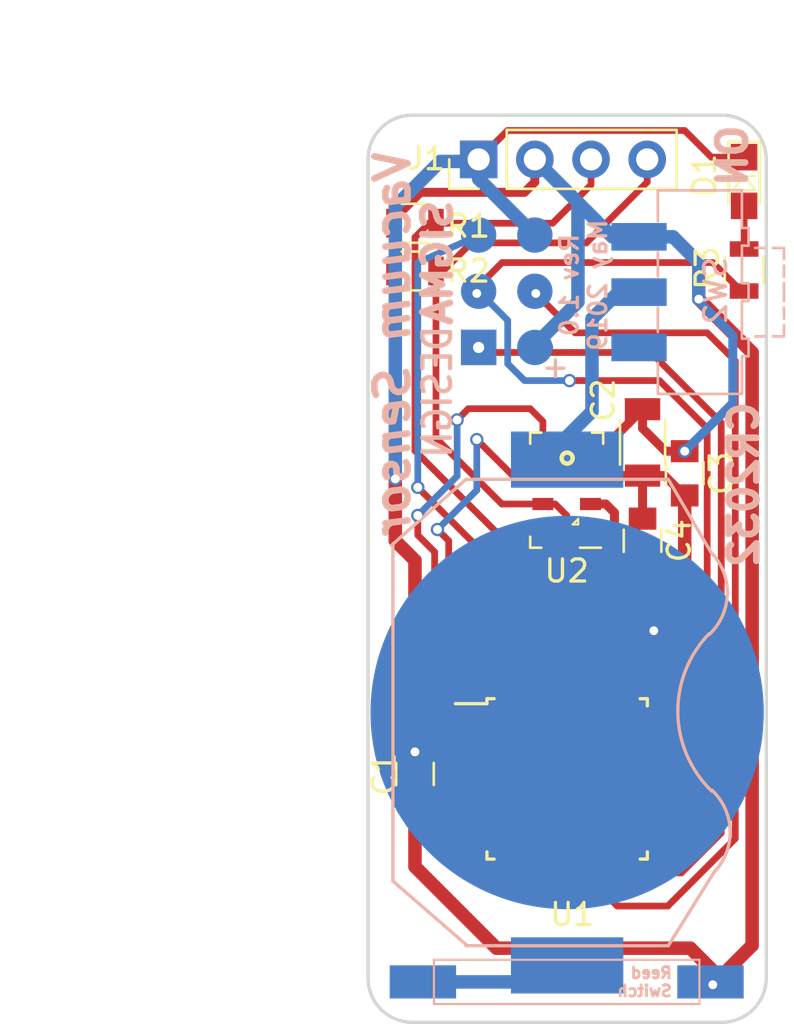
<source format=kicad_pcb>
(kicad_pcb (version 4) (host pcbnew 4.0.6)

  (general
    (links 42)
    (no_connects 1)
    (area 128.104999 73.524999 146.255001 114.675001)
    (thickness 1.6)
    (drawings 26)
    (tracks 207)
    (zones 0)
    (modules 15)
    (nets 33)
  )

  (page A4)
  (layers
    (0 F.Cu signal hide)
    (31 B.Cu signal)
    (32 B.Adhes user)
    (33 F.Adhes user)
    (34 B.Paste user)
    (35 F.Paste user)
    (36 B.SilkS user)
    (37 F.SilkS user)
    (38 B.Mask user)
    (39 F.Mask user)
    (40 Dwgs.User user)
    (41 Cmts.User user)
    (42 Eco1.User user)
    (43 Eco2.User user hide)
    (44 Edge.Cuts user)
    (45 Margin user)
    (46 B.CrtYd user)
    (47 F.CrtYd user)
    (48 B.Fab user)
    (49 F.Fab user hide)
  )

  (setup
    (last_trace_width 0.25)
    (user_trace_width 0.254)
    (user_trace_width 0.3048)
    (user_trace_width 0.4064)
    (user_trace_width 0.6096)
    (trace_clearance 0.2)
    (zone_clearance 0.508)
    (zone_45_only no)
    (trace_min 0.2)
    (segment_width 0.2)
    (edge_width 0.15)
    (via_size 0.6)
    (via_drill 0.4)
    (via_min_size 0.4)
    (via_min_drill 0.3)
    (uvia_size 0.3)
    (uvia_drill 0.1)
    (uvias_allowed no)
    (uvia_min_size 0.2)
    (uvia_min_drill 0.1)
    (pcb_text_width 0.3)
    (pcb_text_size 1.5 1.5)
    (mod_edge_width 0.15)
    (mod_text_size 1 1)
    (mod_text_width 0.15)
    (pad_size 1.6 1.6)
    (pad_drill 0.508)
    (pad_to_mask_clearance 0)
    (aux_axis_origin -2.54 3.81)
    (grid_origin 170.18 101.6)
    (visible_elements 7FFFFFFF)
    (pcbplotparams
      (layerselection 0x010f0_80000001)
      (usegerberextensions true)
      (excludeedgelayer true)
      (linewidth 0.100000)
      (plotframeref false)
      (viasonmask false)
      (mode 1)
      (useauxorigin false)
      (hpglpennumber 1)
      (hpglpenspeed 20)
      (hpglpendiameter 15)
      (hpglpenoverlay 2)
      (psnegative false)
      (psa4output false)
      (plotreference true)
      (plotvalue true)
      (plotinvisibletext false)
      (padsonsilk false)
      (subtractmaskfromsilk false)
      (outputformat 1)
      (mirror false)
      (drillshape 0)
      (scaleselection 1)
      (outputdirectory gerbers/))
  )

  (net 0 "")
  (net 1 "Net-(BT1-Pad1)")
  (net 2 "Net-(D1-Pad2)")
  (net 3 GND)
  (net 4 VCC)
  (net 5 "Net-(C4-Pad1)")
  (net 6 /MISO)
  (net 7 /SCK)
  (net 8 /MOSI)
  (net 9 /RESET)
  (net 10 /SCL)
  (net 11 /SDA)
  (net 12 /INT2)
  (net 13 "Net-(U1-Pad2)")
  (net 14 "Net-(U1-Pad7)")
  (net 15 "Net-(U1-Pad8)")
  (net 16 "Net-(U1-Pad9)")
  (net 17 "Net-(U1-Pad10)")
  (net 18 "Net-(U1-Pad11)")
  (net 19 "Net-(U1-Pad12)")
  (net 20 "Net-(U1-Pad13)")
  (net 21 "Net-(U1-Pad14)")
  (net 22 "Net-(U1-Pad19)")
  (net 23 "Net-(U1-Pad20)")
  (net 24 "Net-(U1-Pad22)")
  (net 25 "Net-(U1-Pad23)")
  (net 26 "Net-(U1-Pad24)")
  (net 27 "Net-(U1-Pad25)")
  (net 28 "Net-(U1-Pad26)")
  (net 29 "Net-(U1-Pad30)")
  (net 30 "Net-(U1-Pad31)")
  (net 31 /INT1)
  (net 32 "Net-(SW2-Pad3)")

  (net_class Default "This is the default net class."
    (clearance 0.2)
    (trace_width 0.25)
    (via_dia 0.6)
    (via_drill 0.4)
    (uvia_dia 0.3)
    (uvia_drill 0.1)
    (add_net /INT1)
    (add_net /INT2)
    (add_net /MISO)
    (add_net /MOSI)
    (add_net /RESET)
    (add_net /SCK)
    (add_net /SCL)
    (add_net /SDA)
    (add_net GND)
    (add_net "Net-(BT1-Pad1)")
    (add_net "Net-(C4-Pad1)")
    (add_net "Net-(D1-Pad2)")
    (add_net "Net-(SW2-Pad3)")
    (add_net "Net-(U1-Pad10)")
    (add_net "Net-(U1-Pad11)")
    (add_net "Net-(U1-Pad12)")
    (add_net "Net-(U1-Pad13)")
    (add_net "Net-(U1-Pad14)")
    (add_net "Net-(U1-Pad19)")
    (add_net "Net-(U1-Pad2)")
    (add_net "Net-(U1-Pad20)")
    (add_net "Net-(U1-Pad22)")
    (add_net "Net-(U1-Pad23)")
    (add_net "Net-(U1-Pad24)")
    (add_net "Net-(U1-Pad25)")
    (add_net "Net-(U1-Pad26)")
    (add_net "Net-(U1-Pad30)")
    (add_net "Net-(U1-Pad31)")
    (add_net "Net-(U1-Pad7)")
    (add_net "Net-(U1-Pad8)")
    (add_net "Net-(U1-Pad9)")
    (add_net VCC)
  )

  (module LEDs:LED_0805 (layer F.Cu) (tedit 5B4A3517) (tstamp 5B4A3A59)
    (at 145.18 76.6 270)
    (descr "LED 0805 smd package")
    (tags "LED led 0805 SMD smd SMT smt smdled SMDLED smtled SMTLED")
    (path /5B4A84E5)
    (attr smd)
    (fp_text reference D1 (at -0.273 1.797 270) (layer F.SilkS)
      (effects (font (size 1 1) (thickness 0.15)))
    )
    (fp_text value LED (at 0 1.55 270) (layer F.Fab)
      (effects (font (size 1 1) (thickness 0.15)))
    )
    (fp_line (start -0.254 0) (end 0.381 -0.508) (layer F.SilkS) (width 0.1))
    (fp_line (start 0.381 -0.508) (end 0.381 0.508) (layer F.SilkS) (width 0.1))
    (fp_line (start 0.381 0.508) (end -0.254 0) (layer F.SilkS) (width 0.1))
    (fp_line (start -0.254 -0.508) (end -0.254 0.508) (layer F.SilkS) (width 0.1))
    (fp_line (start -1.8 -0.7) (end -1.8 0.7) (layer F.SilkS) (width 0.12))
    (fp_line (start -0.4 -0.4) (end -0.4 0.4) (layer F.Fab) (width 0.1))
    (fp_line (start -0.4 0) (end 0.2 -0.4) (layer F.Fab) (width 0.1))
    (fp_line (start 0.2 0.4) (end -0.4 0) (layer F.Fab) (width 0.1))
    (fp_line (start 0.2 -0.4) (end 0.2 0.4) (layer F.Fab) (width 0.1))
    (fp_line (start 1 0.6) (end -1 0.6) (layer F.Fab) (width 0.1))
    (fp_line (start 1 -0.6) (end 1 0.6) (layer F.Fab) (width 0.1))
    (fp_line (start -1 -0.6) (end 1 -0.6) (layer F.Fab) (width 0.1))
    (fp_line (start -1 0.6) (end -1 -0.6) (layer F.Fab) (width 0.1))
    (fp_line (start -1.8 0.7) (end 1 0.7) (layer F.SilkS) (width 0.12))
    (fp_line (start -1.8 -0.7) (end 1 -0.7) (layer F.SilkS) (width 0.12))
    (fp_line (start 1.95 -0.85) (end 1.95 0.85) (layer F.CrtYd) (width 0.05))
    (fp_line (start 1.95 0.85) (end -1.95 0.85) (layer F.CrtYd) (width 0.05))
    (fp_line (start -1.95 0.85) (end -1.95 -0.85) (layer F.CrtYd) (width 0.05))
    (fp_line (start -1.95 -0.85) (end 1.95 -0.85) (layer F.CrtYd) (width 0.05))
    (fp_text user %R (at 0 -1.25 270) (layer F.Fab)
      (effects (font (size 0.4 0.4) (thickness 0.1)))
    )
    (pad 2 smd rect (at 1.1 0 90) (size 1.2 1.2) (layers F.Cu F.Paste F.Mask)
      (net 2 "Net-(D1-Pad2)"))
    (pad 1 smd rect (at -1.1 0 90) (size 1.2 1.2) (layers F.Cu F.Paste F.Mask)
      (net 3 GND))
    (model ${KISYS3DMOD}/LEDs.3dshapes/LED_0805.wrl
      (at (xyz 0 0 0))
      (scale (xyz 1 1 1))
      (rotate (xyz 0 0 180))
    )
  )

  (module myFootPrints:BATT_CR2032_SMD (layer B.Cu) (tedit 56CFB5D2) (tstamp 5B4A0E4F)
    (at 137.18 100.6 270)
    (tags battery)
    (path /5AF1FE3D)
    (fp_text reference BT1 (at 0 -5.08 270) (layer B.SilkS) hide
      (effects (font (size 1.72974 1.08712) (thickness 0.27178)) (justify mirror))
    )
    (fp_text value Battery_Cell (at 0 2.54 270) (layer B.SilkS) hide
      (effects (font (size 1.524 1.016) (thickness 0.254)) (justify mirror))
    )
    (fp_line (start -7.1755 -6.5405) (end -10.541 -4.572) (layer B.SilkS) (width 0.15))
    (fp_line (start 7.1755 -6.6675) (end 10.541 -4.572) (layer B.SilkS) (width 0.15))
    (fp_arc (start -5.4229 -4.6355) (end -3.5179 -6.4135) (angle -90) (layer B.SilkS) (width 0.15))
    (fp_arc (start 5.4102 -4.7625) (end 7.1882 -6.6675) (angle -90) (layer B.SilkS) (width 0.15))
    (fp_arc (start -0.0635 -10.033) (end -3.556 -6.4135) (angle -90) (layer B.SilkS) (width 0.15))
    (fp_line (start 7.62 7.874) (end 10.541 4.5085) (layer B.SilkS) (width 0.15))
    (fp_line (start -10.541 4.572) (end -7.5565 7.9375) (layer B.SilkS) (width 0.15))
    (fp_line (start -7.62 7.874) (end 7.62 7.874) (layer B.SilkS) (width 0.15))
    (fp_line (start -10.541 -4.572) (end -10.541 4.572) (layer B.SilkS) (width 0.15))
    (fp_line (start 10.541 -4.572) (end 10.541 4.572) (layer B.SilkS) (width 0.15))
    (fp_circle (center 0 0) (end -10.16 0) (layer Dwgs.User) (width 0.15))
    (pad 2 smd circle (at 0 0 270) (size 17.78 17.78) (layers B.Cu B.Paste B.Mask)
      (net 3 GND))
    (pad 1 smd rect (at -11.43 0 270) (size 2.54 5.08) (layers B.Cu B.Paste B.Mask)
      (net 1 "Net-(BT1-Pad1)"))
    (pad 1 smd rect (at 11.43 0 270) (size 2.54 5.08) (layers B.Cu B.Paste B.Mask)
      (net 1 "Net-(BT1-Pad1)"))
  )

  (module footprints:REED_SWITCH (layer B.Cu) (tedit 5B4A3603) (tstamp 5B4A15D7)
    (at 137.16 112.776 180)
    (descr "Resistor SMD 1206, reflow soldering, Vishay (see dcrcw.pdf)")
    (tags "resistor 1206")
    (path /5B4A076E)
    (attr smd)
    (fp_text reference SW1 (at 0 1.85 180) (layer B.SilkS) hide
      (effects (font (size 1 1) (thickness 0.15)) (justify mirror))
    )
    (fp_text value SW_Reed (at 0 -1.143 180) (layer B.SilkS) hide
      (effects (font (size 1 1) (thickness 0.15)) (justify mirror))
    )
    (fp_line (start -6 1) (end 6 1) (layer B.SilkS) (width 0.1))
    (fp_line (start 6 1) (end 6 -1) (layer B.SilkS) (width 0.1))
    (fp_line (start 6 -1) (end -6 -1) (layer B.SilkS) (width 0.1))
    (fp_line (start -6 -1) (end -6 1) (layer B.SilkS) (width 0.1))
    (fp_text user %R (at 0 0 180) (layer B.Fab)
      (effects (font (size 0.7 0.7) (thickness 0.105)) (justify mirror))
    )
    (fp_line (start -2.15 1.11) (end 2.15 1.11) (layer B.CrtYd) (width 0.05))
    (fp_line (start -2.15 1.11) (end -2.15 -1.1) (layer B.CrtYd) (width 0.05))
    (fp_line (start 2.15 -1.1) (end 2.15 1.11) (layer B.CrtYd) (width 0.05))
    (fp_line (start 2.15 -1.1) (end -2.15 -1.1) (layer B.CrtYd) (width 0.05))
    (pad 1 smd rect (at -6.5 0 180) (size 3 1.5) (layers B.Cu B.Paste B.Mask)
      (net 4 VCC))
    (pad 2 smd rect (at 6.5 0 180) (size 3 1.5) (layers B.Cu B.Paste B.Mask)
      (net 1 "Net-(BT1-Pad1)"))
    (model ${KISYS3DMOD}/Resistors_SMD.3dshapes/R_1206.wrl
      (at (xyz 0 0 0))
      (scale (xyz 1 1 1))
      (rotate (xyz 0 0 0))
    )
  )

  (module Capacitors_SMD:C_0805 (layer F.Cu) (tedit 5B4A3552) (tstamp 5B4A3A16)
    (at 130.302 103.378 270)
    (descr "Capacitor SMD 0805, reflow soldering, AVX (see smccp.pdf)")
    (tags "capacitor 0805")
    (path /5B4A3F76)
    (attr smd)
    (fp_text reference C1 (at 0 1.397 270) (layer F.SilkS)
      (effects (font (size 1 1) (thickness 0.15)))
    )
    (fp_text value 0.1uF (at 0 1.75 270) (layer F.Fab)
      (effects (font (size 1 1) (thickness 0.15)))
    )
    (fp_text user %R (at 0 -1.5 270) (layer F.Fab)
      (effects (font (size 1 1) (thickness 0.15)))
    )
    (fp_line (start -1 0.62) (end -1 -0.62) (layer F.Fab) (width 0.1))
    (fp_line (start 1 0.62) (end -1 0.62) (layer F.Fab) (width 0.1))
    (fp_line (start 1 -0.62) (end 1 0.62) (layer F.Fab) (width 0.1))
    (fp_line (start -1 -0.62) (end 1 -0.62) (layer F.Fab) (width 0.1))
    (fp_line (start 0.5 -0.85) (end -0.5 -0.85) (layer F.SilkS) (width 0.12))
    (fp_line (start -0.5 0.85) (end 0.5 0.85) (layer F.SilkS) (width 0.12))
    (fp_line (start -1.75 -0.88) (end 1.75 -0.88) (layer F.CrtYd) (width 0.05))
    (fp_line (start -1.75 -0.88) (end -1.75 0.87) (layer F.CrtYd) (width 0.05))
    (fp_line (start 1.75 0.87) (end 1.75 -0.88) (layer F.CrtYd) (width 0.05))
    (fp_line (start 1.75 0.87) (end -1.75 0.87) (layer F.CrtYd) (width 0.05))
    (pad 1 smd rect (at -1 0 270) (size 1 1.25) (layers F.Cu F.Paste F.Mask)
      (net 3 GND))
    (pad 2 smd rect (at 1 0 270) (size 1 1.25) (layers F.Cu F.Paste F.Mask)
      (net 4 VCC))
    (model Capacitors_SMD.3dshapes/C_0805.wrl
      (at (xyz 0 0 0))
      (scale (xyz 1 1 1))
      (rotate (xyz 0 0 0))
    )
  )

  (module Capacitors_SMD:C_1206 (layer F.Cu) (tedit 5B4A353C) (tstamp 5B4A3A27)
    (at 140.589 88.392 270)
    (descr "Capacitor SMD 1206, reflow soldering, AVX (see smccp.pdf)")
    (tags "capacitor 1206")
    (path /5B4A34FF)
    (attr smd)
    (fp_text reference C2 (at -1.905 1.778 270) (layer F.SilkS)
      (effects (font (size 1 1) (thickness 0.15)))
    )
    (fp_text value 10uF (at 0 2 270) (layer F.Fab)
      (effects (font (size 1 1) (thickness 0.15)))
    )
    (fp_text user %R (at 0 -1.75 270) (layer F.Fab)
      (effects (font (size 1 1) (thickness 0.15)))
    )
    (fp_line (start -1.6 0.8) (end -1.6 -0.8) (layer F.Fab) (width 0.1))
    (fp_line (start 1.6 0.8) (end -1.6 0.8) (layer F.Fab) (width 0.1))
    (fp_line (start 1.6 -0.8) (end 1.6 0.8) (layer F.Fab) (width 0.1))
    (fp_line (start -1.6 -0.8) (end 1.6 -0.8) (layer F.Fab) (width 0.1))
    (fp_line (start 1 -1.02) (end -1 -1.02) (layer F.SilkS) (width 0.12))
    (fp_line (start -1 1.02) (end 1 1.02) (layer F.SilkS) (width 0.12))
    (fp_line (start -2.25 -1.05) (end 2.25 -1.05) (layer F.CrtYd) (width 0.05))
    (fp_line (start -2.25 -1.05) (end -2.25 1.05) (layer F.CrtYd) (width 0.05))
    (fp_line (start 2.25 1.05) (end 2.25 -1.05) (layer F.CrtYd) (width 0.05))
    (fp_line (start 2.25 1.05) (end -2.25 1.05) (layer F.CrtYd) (width 0.05))
    (pad 1 smd rect (at -1.5 0 270) (size 1 1.6) (layers F.Cu F.Paste F.Mask)
      (net 4 VCC))
    (pad 2 smd rect (at 1.5 0 270) (size 1 1.6) (layers F.Cu F.Paste F.Mask)
      (net 3 GND))
    (model Capacitors_SMD.3dshapes/C_1206.wrl
      (at (xyz 0 0 0))
      (scale (xyz 1 1 1))
      (rotate (xyz 0 0 0))
    )
  )

  (module Capacitors_SMD:C_0805 (layer F.Cu) (tedit 5B4A3541) (tstamp 5B4A3A38)
    (at 142.494 89.789 270)
    (descr "Capacitor SMD 0805, reflow soldering, AVX (see smccp.pdf)")
    (tags "capacitor 0805")
    (path /5B4A364F)
    (attr smd)
    (fp_text reference C3 (at 0 -1.651 270) (layer F.SilkS)
      (effects (font (size 1 1) (thickness 0.15)))
    )
    (fp_text value 0.1uF (at 0 1.75 270) (layer F.Fab)
      (effects (font (size 1 1) (thickness 0.15)))
    )
    (fp_text user %R (at 0 -1.5 270) (layer F.Fab)
      (effects (font (size 1 1) (thickness 0.15)))
    )
    (fp_line (start -1 0.62) (end -1 -0.62) (layer F.Fab) (width 0.1))
    (fp_line (start 1 0.62) (end -1 0.62) (layer F.Fab) (width 0.1))
    (fp_line (start 1 -0.62) (end 1 0.62) (layer F.Fab) (width 0.1))
    (fp_line (start -1 -0.62) (end 1 -0.62) (layer F.Fab) (width 0.1))
    (fp_line (start 0.5 -0.85) (end -0.5 -0.85) (layer F.SilkS) (width 0.12))
    (fp_line (start -0.5 0.85) (end 0.5 0.85) (layer F.SilkS) (width 0.12))
    (fp_line (start -1.75 -0.88) (end 1.75 -0.88) (layer F.CrtYd) (width 0.05))
    (fp_line (start -1.75 -0.88) (end -1.75 0.87) (layer F.CrtYd) (width 0.05))
    (fp_line (start 1.75 0.87) (end 1.75 -0.88) (layer F.CrtYd) (width 0.05))
    (fp_line (start 1.75 0.87) (end -1.75 0.87) (layer F.CrtYd) (width 0.05))
    (pad 1 smd rect (at -1 0 270) (size 1 1.25) (layers F.Cu F.Paste F.Mask)
      (net 4 VCC))
    (pad 2 smd rect (at 1 0 270) (size 1 1.25) (layers F.Cu F.Paste F.Mask)
      (net 3 GND))
    (model Capacitors_SMD.3dshapes/C_0805.wrl
      (at (xyz 0 0 0))
      (scale (xyz 1 1 1))
      (rotate (xyz 0 0 0))
    )
  )

  (module Capacitors_SMD:C_0805 (layer F.Cu) (tedit 5B4A3569) (tstamp 5B4A3A49)
    (at 140.589 92.837 90)
    (descr "Capacitor SMD 0805, reflow soldering, AVX (see smccp.pdf)")
    (tags "capacitor 0805")
    (path /5B4A29A6)
    (attr smd)
    (fp_text reference C4 (at 0 1.651 90) (layer F.SilkS)
      (effects (font (size 1 1) (thickness 0.15)))
    )
    (fp_text value 0.1uF (at 0 1.75 90) (layer F.Fab)
      (effects (font (size 1 1) (thickness 0.15)))
    )
    (fp_text user %R (at 0 -1.5 90) (layer F.Fab)
      (effects (font (size 1 1) (thickness 0.15)))
    )
    (fp_line (start -1 0.62) (end -1 -0.62) (layer F.Fab) (width 0.1))
    (fp_line (start 1 0.62) (end -1 0.62) (layer F.Fab) (width 0.1))
    (fp_line (start 1 -0.62) (end 1 0.62) (layer F.Fab) (width 0.1))
    (fp_line (start -1 -0.62) (end 1 -0.62) (layer F.Fab) (width 0.1))
    (fp_line (start 0.5 -0.85) (end -0.5 -0.85) (layer F.SilkS) (width 0.12))
    (fp_line (start -0.5 0.85) (end 0.5 0.85) (layer F.SilkS) (width 0.12))
    (fp_line (start -1.75 -0.88) (end 1.75 -0.88) (layer F.CrtYd) (width 0.05))
    (fp_line (start -1.75 -0.88) (end -1.75 0.87) (layer F.CrtYd) (width 0.05))
    (fp_line (start 1.75 0.87) (end 1.75 -0.88) (layer F.CrtYd) (width 0.05))
    (fp_line (start 1.75 0.87) (end -1.75 0.87) (layer F.CrtYd) (width 0.05))
    (pad 1 smd rect (at -1 0 90) (size 1 1.25) (layers F.Cu F.Paste F.Mask)
      (net 5 "Net-(C4-Pad1)"))
    (pad 2 smd rect (at 1 0 90) (size 1 1.25) (layers F.Cu F.Paste F.Mask)
      (net 3 GND))
    (model Capacitors_SMD.3dshapes/C_0805.wrl
      (at (xyz 0 0 0))
      (scale (xyz 1 1 1))
      (rotate (xyz 0 0 0))
    )
  )

  (module myFootPrints:AVR-ISP-6 (layer B.Cu) (tedit 5B4A3A0A) (tstamp 5B4A3A53)
    (at 133.18 84.1)
    (descr "6-lead dip package, row spacing 7.62 mm (300 mils)")
    (tags "dil dip 2.54 300")
    (path /5B4A5ED5)
    (fp_text reference CON1 (at 0 2.54) (layer B.SilkS) hide
      (effects (font (size 1 1) (thickness 0.15)) (justify mirror))
    )
    (fp_text value AVR-ISP-6 (at 0 3.72) (layer B.Fab) hide
      (effects (font (size 1 1) (thickness 0.15)) (justify mirror))
    )
    (pad 1 thru_hole rect (at 0 0) (size 1.6 1.6) (drill 0.508) (layers *.Cu B.Mask)
      (net 6 /MISO))
    (pad 2 smd circle (at 2.54 0) (size 1.6 1.6) (layers B.Cu B.Paste B.Mask)
      (net 4 VCC))
    (pad 3 smd oval (at 0 -2.54) (size 1.6 1.6) (layers B.Cu B.Paste B.Mask)
      (net 7 /SCK))
    (pad 4 smd oval (at 2.54 -2.54) (size 1.6 1.6) (layers B.Cu B.Paste B.Mask)
      (net 8 /MOSI))
    (pad 5 smd oval (at 0 -5.08) (size 1.6 1.6) (layers B.Cu B.Paste B.Mask)
      (net 9 /RESET))
    (pad 6 smd oval (at 2.54 -5.08) (size 1.6 1.6) (layers B.Cu B.Paste B.Mask)
      (net 3 GND))
  )

  (module Pin_Headers:Pin_Header_Straight_1x04_Pitch2.54mm (layer F.Cu) (tedit 5B4A358B) (tstamp 5B4A3A71)
    (at 133.18 75.6 90)
    (descr "Through hole straight pin header, 1x04, 2.54mm pitch, single row")
    (tags "Through hole pin header THT 1x04 2.54mm single row")
    (path /5B4A13C3)
    (fp_text reference J1 (at 0.035 -2.37 180) (layer F.SilkS)
      (effects (font (size 1 1) (thickness 0.15)))
    )
    (fp_text value Display (at 0 9.95 90) (layer F.Fab)
      (effects (font (size 1 1) (thickness 0.15)))
    )
    (fp_line (start -0.635 -1.27) (end 1.27 -1.27) (layer F.Fab) (width 0.1))
    (fp_line (start 1.27 -1.27) (end 1.27 8.89) (layer F.Fab) (width 0.1))
    (fp_line (start 1.27 8.89) (end -1.27 8.89) (layer F.Fab) (width 0.1))
    (fp_line (start -1.27 8.89) (end -1.27 -0.635) (layer F.Fab) (width 0.1))
    (fp_line (start -1.27 -0.635) (end -0.635 -1.27) (layer F.Fab) (width 0.1))
    (fp_line (start -1.33 8.95) (end 1.33 8.95) (layer F.SilkS) (width 0.12))
    (fp_line (start -1.33 1.27) (end -1.33 8.95) (layer F.SilkS) (width 0.12))
    (fp_line (start 1.33 1.27) (end 1.33 8.95) (layer F.SilkS) (width 0.12))
    (fp_line (start -1.33 1.27) (end 1.33 1.27) (layer F.SilkS) (width 0.12))
    (fp_line (start -1.33 0) (end -1.33 -1.33) (layer F.SilkS) (width 0.12))
    (fp_line (start -1.33 -1.33) (end 0 -1.33) (layer F.SilkS) (width 0.12))
    (fp_line (start -1.8 -1.8) (end -1.8 9.4) (layer F.CrtYd) (width 0.05))
    (fp_line (start -1.8 9.4) (end 1.8 9.4) (layer F.CrtYd) (width 0.05))
    (fp_line (start 1.8 9.4) (end 1.8 -1.8) (layer F.CrtYd) (width 0.05))
    (fp_line (start 1.8 -1.8) (end -1.8 -1.8) (layer F.CrtYd) (width 0.05))
    (fp_text user %R (at 0 3.81 180) (layer F.Fab)
      (effects (font (size 1 1) (thickness 0.15)))
    )
    (pad 1 thru_hole rect (at 0 0 90) (size 1.7 1.7) (drill 1) (layers *.Cu *.Mask)
      (net 3 GND))
    (pad 2 thru_hole oval (at 0 2.54 90) (size 1.7 1.7) (drill 1) (layers *.Cu *.Mask)
      (net 4 VCC))
    (pad 3 thru_hole oval (at 0 5.08 90) (size 1.7 1.7) (drill 1) (layers *.Cu *.Mask)
      (net 10 /SCL))
    (pad 4 thru_hole oval (at 0 7.62 90) (size 1.7 1.7) (drill 1) (layers *.Cu *.Mask)
      (net 11 /SDA))
    (model ${KISYS3DMOD}/Pin_Headers.3dshapes/Pin_Header_Straight_1x04_Pitch2.54mm.wrl
      (at (xyz 0 0 0))
      (scale (xyz 1 1 1))
      (rotate (xyz 0 0 0))
    )
  )

  (module Resistors_SMD:R_0805 (layer F.Cu) (tedit 5B4A3587) (tstamp 5B4A3A82)
    (at 130.302 78.486)
    (descr "Resistor SMD 0805, reflow soldering, Vishay (see dcrcw.pdf)")
    (tags "resistor 0805")
    (path /5B4A2460)
    (attr smd)
    (fp_text reference R1 (at 2.413 0.127) (layer F.SilkS)
      (effects (font (size 1 1) (thickness 0.15)))
    )
    (fp_text value 1K (at 0 1.75) (layer F.Fab)
      (effects (font (size 1 1) (thickness 0.15)))
    )
    (fp_text user %R (at 0 0) (layer F.Fab)
      (effects (font (size 0.5 0.5) (thickness 0.075)))
    )
    (fp_line (start -1 0.62) (end -1 -0.62) (layer F.Fab) (width 0.1))
    (fp_line (start 1 0.62) (end -1 0.62) (layer F.Fab) (width 0.1))
    (fp_line (start 1 -0.62) (end 1 0.62) (layer F.Fab) (width 0.1))
    (fp_line (start -1 -0.62) (end 1 -0.62) (layer F.Fab) (width 0.1))
    (fp_line (start 0.6 0.88) (end -0.6 0.88) (layer F.SilkS) (width 0.12))
    (fp_line (start -0.6 -0.88) (end 0.6 -0.88) (layer F.SilkS) (width 0.12))
    (fp_line (start -1.55 -0.9) (end 1.55 -0.9) (layer F.CrtYd) (width 0.05))
    (fp_line (start -1.55 -0.9) (end -1.55 0.9) (layer F.CrtYd) (width 0.05))
    (fp_line (start 1.55 0.9) (end 1.55 -0.9) (layer F.CrtYd) (width 0.05))
    (fp_line (start 1.55 0.9) (end -1.55 0.9) (layer F.CrtYd) (width 0.05))
    (pad 1 smd rect (at -0.95 0) (size 0.7 1.3) (layers F.Cu F.Paste F.Mask)
      (net 4 VCC))
    (pad 2 smd rect (at 0.95 0) (size 0.7 1.3) (layers F.Cu F.Paste F.Mask)
      (net 10 /SCL))
    (model ${KISYS3DMOD}/Resistors_SMD.3dshapes/R_0805.wrl
      (at (xyz 0 0 0))
      (scale (xyz 1 1 1))
      (rotate (xyz 0 0 0))
    )
  )

  (module Resistors_SMD:R_0805 (layer F.Cu) (tedit 5B4A3574) (tstamp 5B4A3A93)
    (at 130.302 80.645)
    (descr "Resistor SMD 0805, reflow soldering, Vishay (see dcrcw.pdf)")
    (tags "resistor 0805")
    (path /5B4A240C)
    (attr smd)
    (fp_text reference R2 (at 2.413 0) (layer F.SilkS)
      (effects (font (size 1 1) (thickness 0.15)))
    )
    (fp_text value 1K (at 0 1.75) (layer F.Fab)
      (effects (font (size 1 1) (thickness 0.15)))
    )
    (fp_text user %R (at 0 0) (layer F.Fab)
      (effects (font (size 0.5 0.5) (thickness 0.075)))
    )
    (fp_line (start -1 0.62) (end -1 -0.62) (layer F.Fab) (width 0.1))
    (fp_line (start 1 0.62) (end -1 0.62) (layer F.Fab) (width 0.1))
    (fp_line (start 1 -0.62) (end 1 0.62) (layer F.Fab) (width 0.1))
    (fp_line (start -1 -0.62) (end 1 -0.62) (layer F.Fab) (width 0.1))
    (fp_line (start 0.6 0.88) (end -0.6 0.88) (layer F.SilkS) (width 0.12))
    (fp_line (start -0.6 -0.88) (end 0.6 -0.88) (layer F.SilkS) (width 0.12))
    (fp_line (start -1.55 -0.9) (end 1.55 -0.9) (layer F.CrtYd) (width 0.05))
    (fp_line (start -1.55 -0.9) (end -1.55 0.9) (layer F.CrtYd) (width 0.05))
    (fp_line (start 1.55 0.9) (end 1.55 -0.9) (layer F.CrtYd) (width 0.05))
    (fp_line (start 1.55 0.9) (end -1.55 0.9) (layer F.CrtYd) (width 0.05))
    (pad 1 smd rect (at -0.95 0) (size 0.7 1.3) (layers F.Cu F.Paste F.Mask)
      (net 4 VCC))
    (pad 2 smd rect (at 0.95 0) (size 0.7 1.3) (layers F.Cu F.Paste F.Mask)
      (net 11 /SDA))
    (model ${KISYS3DMOD}/Resistors_SMD.3dshapes/R_0805.wrl
      (at (xyz 0 0 0))
      (scale (xyz 1 1 1))
      (rotate (xyz 0 0 0))
    )
  )

  (module Resistors_SMD:R_0805 (layer F.Cu) (tedit 5B4A35B2) (tstamp 5B4A3AA4)
    (at 145.18 80.6 270)
    (descr "Resistor SMD 0805, reflow soldering, Vishay (see dcrcw.pdf)")
    (tags "resistor 0805")
    (path /5B4A8477)
    (attr smd)
    (fp_text reference R3 (at -0.082 1.67 270) (layer F.SilkS)
      (effects (font (size 1 1) (thickness 0.15)))
    )
    (fp_text value 1K (at 0 1.75 270) (layer F.Fab)
      (effects (font (size 1 1) (thickness 0.15)))
    )
    (fp_text user %R (at 0 0 270) (layer F.Fab)
      (effects (font (size 0.5 0.5) (thickness 0.075)))
    )
    (fp_line (start -1 0.62) (end -1 -0.62) (layer F.Fab) (width 0.1))
    (fp_line (start 1 0.62) (end -1 0.62) (layer F.Fab) (width 0.1))
    (fp_line (start 1 -0.62) (end 1 0.62) (layer F.Fab) (width 0.1))
    (fp_line (start -1 -0.62) (end 1 -0.62) (layer F.Fab) (width 0.1))
    (fp_line (start 0.6 0.88) (end -0.6 0.88) (layer F.SilkS) (width 0.12))
    (fp_line (start -0.6 -0.88) (end 0.6 -0.88) (layer F.SilkS) (width 0.12))
    (fp_line (start -1.55 -0.9) (end 1.55 -0.9) (layer F.CrtYd) (width 0.05))
    (fp_line (start -1.55 -0.9) (end -1.55 0.9) (layer F.CrtYd) (width 0.05))
    (fp_line (start 1.55 0.9) (end 1.55 -0.9) (layer F.CrtYd) (width 0.05))
    (fp_line (start 1.55 0.9) (end -1.55 0.9) (layer F.CrtYd) (width 0.05))
    (pad 1 smd rect (at -0.95 0 270) (size 0.7 1.3) (layers F.Cu F.Paste F.Mask)
      (net 2 "Net-(D1-Pad2)"))
    (pad 2 smd rect (at 0.95 0 270) (size 0.7 1.3) (layers F.Cu F.Paste F.Mask)
      (net 7 /SCK))
    (model ${KISYS3DMOD}/Resistors_SMD.3dshapes/R_0805.wrl
      (at (xyz 0 0 0))
      (scale (xyz 1 1 1))
      (rotate (xyz 0 0 0))
    )
  )

  (module Buttons_Switches_SMD:SW_SPDT_CK-JS102011SAQN (layer B.Cu) (tedit 5B4A35BB) (tstamp 5B4A3AAD)
    (at 143.18 81.6 270)
    (descr http://www.ckswitches.com/media/1422/js.pdf)
    (tags "switch spdt")
    (path /5B4A3BF4)
    (attr smd)
    (fp_text reference SW2 (at -0.066 -0.711 270) (layer B.SilkS)
      (effects (font (size 1 1) (thickness 0.15)) (justify mirror))
    )
    (fp_text value SW_SPDT (at 0 2.9 270) (layer B.Fab)
      (effects (font (size 1 1) (thickness 0.15)) (justify mirror))
    )
    (fp_line (start -4.5 1.8) (end 4.5 1.8) (layer B.Fab) (width 0.1))
    (fp_line (start 4.5 1.8) (end 4.5 -1.8) (layer B.Fab) (width 0.1))
    (fp_line (start 4.5 -1.8) (end -4.4 -1.8) (layer B.Fab) (width 0.1))
    (fp_line (start -4.4 -1.8) (end -4.5 -1.8) (layer B.Fab) (width 0.1))
    (fp_line (start -4.5 -1.8) (end -4.5 -1.8) (layer B.Fab) (width 0.1))
    (fp_line (start -4.5 1.8) (end -4.5 -1.8) (layer B.Fab) (width 0.1))
    (fp_line (start -4.5 -1.8) (end -4.5 -1.8) (layer B.Fab) (width 0.1))
    (fp_text user %R (at 0 0 270) (layer B.Fab)
      (effects (font (size 1 1) (thickness 0.15)) (justify mirror))
    )
    (fp_line (start -1.5 -1.8) (end -1.5 -1.8) (layer B.Fab) (width 0.1))
    (fp_line (start 3.2 1.9) (end 4.6 1.9) (layer B.SilkS) (width 0.12))
    (fp_line (start 4.6 1.9) (end 4.6 -1.9) (layer B.SilkS) (width 0.12))
    (fp_line (start -4.6 -1.9) (end -4.6 1.9) (layer B.SilkS) (width 0.12))
    (fp_line (start -4.6 1.9) (end -3.2 1.9) (layer B.SilkS) (width 0.12))
    (fp_line (start 1.8 1.9) (end 0.7 1.9) (layer B.SilkS) (width 0.12))
    (fp_line (start 0.7 1.9) (end 0.7 1.9) (layer B.SilkS) (width 0.12))
    (fp_line (start -0.7 1.9) (end -1.8 1.9) (layer B.SilkS) (width 0.12))
    (fp_line (start -1.8 1.9) (end -1.8 1.9) (layer B.SilkS) (width 0.12))
    (fp_line (start 0.3 -1.8) (end 0.3 -2.1) (layer B.Fab) (width 0.1))
    (fp_line (start 0.3 -2.1) (end -0.3 -2.1) (layer B.Fab) (width 0.1))
    (fp_line (start -0.3 -2.1) (end -0.3 -1.8) (layer B.Fab) (width 0.1))
    (fp_line (start -0.3 -1.8) (end -0.3 -1.8) (layer B.Fab) (width 0.1))
    (fp_line (start -2.2 -1.8) (end -2.2 -2.1) (layer B.Fab) (width 0.1))
    (fp_line (start -2.2 -2.1) (end -2.8 -2.1) (layer B.Fab) (width 0.1))
    (fp_line (start -2.8 -2.1) (end -2.8 -1.8) (layer B.Fab) (width 0.1))
    (fp_line (start -2.8 -1.8) (end -2.8 -1.8) (layer B.Fab) (width 0.1))
    (fp_line (start 2.2 -1.8) (end 2.2 -2.1) (layer B.Fab) (width 0.1))
    (fp_line (start 2.2 -2.1) (end 2.8 -2.1) (layer B.Fab) (width 0.1))
    (fp_line (start 2.8 -2.1) (end 2.8 -1.8) (layer B.Fab) (width 0.1))
    (fp_line (start 2.8 -1.8) (end 2.8 -1.8) (layer B.Fab) (width 0.1))
    (fp_line (start 4.6 -1.9) (end 2.9 -1.9) (layer B.SilkS) (width 0.12))
    (fp_line (start 2.9 -1.9) (end 2.9 -2.2) (layer B.SilkS) (width 0.12))
    (fp_line (start 2.9 -2.2) (end 2.1 -2.2) (layer B.SilkS) (width 0.12))
    (fp_line (start 2.1 -2.2) (end 2.1 -1.9) (layer B.SilkS) (width 0.12))
    (fp_line (start 2.1 -1.9) (end 0.4 -1.9) (layer B.SilkS) (width 0.12))
    (fp_line (start 0.4 -1.9) (end 0.4 -2.2) (layer B.SilkS) (width 0.12))
    (fp_line (start 0.4 -2.2) (end -0.4 -2.2) (layer B.SilkS) (width 0.12))
    (fp_line (start -0.4 -2.2) (end -0.4 -1.9) (layer B.SilkS) (width 0.12))
    (fp_line (start -0.4 -1.9) (end -2.1 -1.9) (layer B.SilkS) (width 0.12))
    (fp_line (start -2.1 -1.9) (end -2.1 -2.2) (layer B.SilkS) (width 0.12))
    (fp_line (start -2.1 -2.2) (end -2.9 -2.2) (layer B.SilkS) (width 0.12))
    (fp_line (start -2.9 -2.2) (end -2.9 -1.9) (layer B.SilkS) (width 0.12))
    (fp_line (start -2.9 -1.9) (end -4.6 -1.9) (layer B.SilkS) (width 0.12))
    (fp_line (start -4.6 -1.9) (end -4.6 -1.9) (layer B.SilkS) (width 0.12))
    (fp_line (start -0.5 -1.8) (end -0.5 -3.8) (layer B.Fab) (width 0.1))
    (fp_line (start -0.5 -3.8) (end -2 -3.8) (layer B.Fab) (width 0.1))
    (fp_line (start -2 -3.8) (end -2 -1.8) (layer B.Fab) (width 0.1))
    (fp_line (start -2 -1.8) (end -2 -1.8) (layer B.Fab) (width 0.1))
    (fp_line (start -5 2.25) (end -5 -2.25) (layer B.CrtYd) (width 0.05))
    (fp_line (start -5 -2.25) (end -3.25 -2.25) (layer B.CrtYd) (width 0.05))
    (fp_line (start -3.25 -2.25) (end -3.25 -2.75) (layer B.CrtYd) (width 0.05))
    (fp_line (start -3.25 -2.75) (end -2.5 -2.75) (layer B.CrtYd) (width 0.05))
    (fp_line (start -2.5 -2.75) (end -2.5 -4.25) (layer B.CrtYd) (width 0.05))
    (fp_line (start -2.5 -4.25) (end 2.5 -4.25) (layer B.CrtYd) (width 0.05))
    (fp_line (start 2.5 -4.25) (end 2.5 -2.5) (layer B.CrtYd) (width 0.05))
    (fp_line (start 2.5 -2.5) (end 3.25 -2.5) (layer B.CrtYd) (width 0.05))
    (fp_line (start 3.25 -2.5) (end 3.25 -2.25) (layer B.CrtYd) (width 0.05))
    (fp_line (start 3.25 -2.25) (end 5 -2.25) (layer B.CrtYd) (width 0.05))
    (fp_line (start 5 -2.25) (end 5 2.25) (layer B.CrtYd) (width 0.05))
    (fp_line (start 5 2.25) (end 3.5 2.25) (layer B.CrtYd) (width 0.05))
    (fp_line (start 3.5 2.25) (end 3.5 4.5) (layer B.CrtYd) (width 0.05))
    (fp_line (start 3.5 4.5) (end -3.5 4.5) (layer B.CrtYd) (width 0.05))
    (fp_line (start -3.5 4.5) (end -3.5 2.25) (layer B.CrtYd) (width 0.05))
    (fp_line (start -3.5 2.25) (end -5 2.25) (layer B.CrtYd) (width 0.05))
    (fp_line (start -5 2.25) (end -5 2.25) (layer B.CrtYd) (width 0.05))
    (fp_line (start -2 -3.8) (end -2 -3.3) (layer B.SilkS) (width 0.12))
    (fp_line (start -2 -3.3) (end -2 -3.3) (layer B.SilkS) (width 0.12))
    (fp_line (start -2 -3.8) (end -1.5 -3.8) (layer B.SilkS) (width 0.12))
    (fp_line (start -1.5 -3.8) (end -1.5 -3.8) (layer B.SilkS) (width 0.12))
    (fp_line (start 2 -3.8) (end 1.5 -3.8) (layer B.SilkS) (width 0.12))
    (fp_line (start 1.5 -3.8) (end 1.5 -3.8) (layer B.SilkS) (width 0.12))
    (fp_line (start 2 -3.8) (end 2 -3.3) (layer B.SilkS) (width 0.12))
    (fp_line (start 2 -3.3) (end 2 -3.3) (layer B.SilkS) (width 0.12))
    (fp_line (start 2 -3) (end 2 -2.5) (layer B.SilkS) (width 0.12))
    (fp_line (start 2 -2.5) (end 2 -2.5) (layer B.SilkS) (width 0.12))
    (fp_line (start -2 -3) (end -2 -2.5) (layer B.SilkS) (width 0.12))
    (fp_line (start -2 -2.5) (end -2 -2.5) (layer B.SilkS) (width 0.12))
    (fp_line (start -1.2 -3.8) (end -0.7 -3.8) (layer B.SilkS) (width 0.12))
    (fp_line (start -0.7 -3.8) (end -0.7 -3.8) (layer B.SilkS) (width 0.12))
    (fp_line (start 1.2 -3.8) (end 0.7 -3.8) (layer B.SilkS) (width 0.12))
    (fp_line (start 0.7 -3.8) (end 0.7 -3.8) (layer B.SilkS) (width 0.12))
    (fp_line (start 0.4 -3.8) (end -0.4 -3.8) (layer B.SilkS) (width 0.12))
    (fp_line (start -0.4 -3.8) (end -0.4 -3.8) (layer B.SilkS) (width 0.12))
    (pad 1 smd rect (at -2.5 2.75 270) (size 1.25 2.5) (layers B.Cu B.Paste B.Mask)
      (net 4 VCC))
    (pad 2 smd rect (at 0 2.75 270) (size 1.25 2.5) (layers B.Cu B.Paste B.Mask)
      (net 1 "Net-(BT1-Pad1)"))
    (pad 3 smd rect (at 2.5 2.75 270) (size 1.25 2.5) (layers B.Cu B.Paste B.Mask)
      (net 32 "Net-(SW2-Pad3)"))
    (pad "" np_thru_hole circle (at -3.4 0 270) (size 0.9 0.9) (drill 0.9) (layers *.Cu *.Mask))
    (pad "" np_thru_hole circle (at 3.4 0 270) (size 0.9 0.9) (drill 0.9) (layers *.Cu *.Mask))
    (model ${KISYS3DMOD}/Buttons_Switches_SMD.3dshapes/SW_SPDT_CK-JS102011SAQN.wrl
      (at (xyz 0 0 0))
      (scale (xyz 1 1 1))
      (rotate (xyz 0 0 0))
    )
  )

  (module Housings_QFP:TQFP-32_7x7mm_Pitch0.8mm (layer F.Cu) (tedit 5B4A35FA) (tstamp 5B4A3AD1)
    (at 137.18 103.6)
    (descr "32-Lead Plastic Thin Quad Flatpack (PT) - 7x7x1.0 mm Body, 2.00 mm [TQFP] (see Microchip Packaging Specification 00000049BS.pdf)")
    (tags "QFP 0.8")
    (path /5B4A122E)
    (attr smd)
    (fp_text reference U1 (at 0.234 6.128) (layer F.SilkS)
      (effects (font (size 1 1) (thickness 0.15)))
    )
    (fp_text value ATMEGA328P-AU (at 0 6.05) (layer F.Fab)
      (effects (font (size 1 1) (thickness 0.15)))
    )
    (fp_text user %R (at 0 0) (layer F.Fab)
      (effects (font (size 1 1) (thickness 0.15)))
    )
    (fp_line (start -2.5 -3.5) (end 3.5 -3.5) (layer F.Fab) (width 0.15))
    (fp_line (start 3.5 -3.5) (end 3.5 3.5) (layer F.Fab) (width 0.15))
    (fp_line (start 3.5 3.5) (end -3.5 3.5) (layer F.Fab) (width 0.15))
    (fp_line (start -3.5 3.5) (end -3.5 -2.5) (layer F.Fab) (width 0.15))
    (fp_line (start -3.5 -2.5) (end -2.5 -3.5) (layer F.Fab) (width 0.15))
    (fp_line (start -5.3 -5.3) (end -5.3 5.3) (layer F.CrtYd) (width 0.05))
    (fp_line (start 5.3 -5.3) (end 5.3 5.3) (layer F.CrtYd) (width 0.05))
    (fp_line (start -5.3 -5.3) (end 5.3 -5.3) (layer F.CrtYd) (width 0.05))
    (fp_line (start -5.3 5.3) (end 5.3 5.3) (layer F.CrtYd) (width 0.05))
    (fp_line (start -3.625 -3.625) (end -3.625 -3.4) (layer F.SilkS) (width 0.15))
    (fp_line (start 3.625 -3.625) (end 3.625 -3.3) (layer F.SilkS) (width 0.15))
    (fp_line (start 3.625 3.625) (end 3.625 3.3) (layer F.SilkS) (width 0.15))
    (fp_line (start -3.625 3.625) (end -3.625 3.3) (layer F.SilkS) (width 0.15))
    (fp_line (start -3.625 -3.625) (end -3.3 -3.625) (layer F.SilkS) (width 0.15))
    (fp_line (start -3.625 3.625) (end -3.3 3.625) (layer F.SilkS) (width 0.15))
    (fp_line (start 3.625 3.625) (end 3.3 3.625) (layer F.SilkS) (width 0.15))
    (fp_line (start 3.625 -3.625) (end 3.3 -3.625) (layer F.SilkS) (width 0.15))
    (fp_line (start -3.625 -3.4) (end -5.05 -3.4) (layer F.SilkS) (width 0.15))
    (pad 1 smd rect (at -4.25 -2.8) (size 1.6 0.55) (layers F.Cu F.Paste F.Mask)
      (net 12 /INT2))
    (pad 2 smd rect (at -4.25 -2) (size 1.6 0.55) (layers F.Cu F.Paste F.Mask)
      (net 13 "Net-(U1-Pad2)"))
    (pad 3 smd rect (at -4.25 -1.2) (size 1.6 0.55) (layers F.Cu F.Paste F.Mask)
      (net 3 GND))
    (pad 4 smd rect (at -4.25 -0.4) (size 1.6 0.55) (layers F.Cu F.Paste F.Mask)
      (net 4 VCC))
    (pad 5 smd rect (at -4.25 0.4) (size 1.6 0.55) (layers F.Cu F.Paste F.Mask)
      (net 3 GND))
    (pad 6 smd rect (at -4.25 1.2) (size 1.6 0.55) (layers F.Cu F.Paste F.Mask)
      (net 4 VCC))
    (pad 7 smd rect (at -4.25 2) (size 1.6 0.55) (layers F.Cu F.Paste F.Mask)
      (net 14 "Net-(U1-Pad7)"))
    (pad 8 smd rect (at -4.25 2.8) (size 1.6 0.55) (layers F.Cu F.Paste F.Mask)
      (net 15 "Net-(U1-Pad8)"))
    (pad 9 smd rect (at -2.8 4.25 90) (size 1.6 0.55) (layers F.Cu F.Paste F.Mask)
      (net 16 "Net-(U1-Pad9)"))
    (pad 10 smd rect (at -2 4.25 90) (size 1.6 0.55) (layers F.Cu F.Paste F.Mask)
      (net 17 "Net-(U1-Pad10)"))
    (pad 11 smd rect (at -1.2 4.25 90) (size 1.6 0.55) (layers F.Cu F.Paste F.Mask)
      (net 18 "Net-(U1-Pad11)"))
    (pad 12 smd rect (at -0.4 4.25 90) (size 1.6 0.55) (layers F.Cu F.Paste F.Mask)
      (net 19 "Net-(U1-Pad12)"))
    (pad 13 smd rect (at 0.4 4.25 90) (size 1.6 0.55) (layers F.Cu F.Paste F.Mask)
      (net 20 "Net-(U1-Pad13)"))
    (pad 14 smd rect (at 1.2 4.25 90) (size 1.6 0.55) (layers F.Cu F.Paste F.Mask)
      (net 21 "Net-(U1-Pad14)"))
    (pad 15 smd rect (at 2 4.25 90) (size 1.6 0.55) (layers F.Cu F.Paste F.Mask)
      (net 8 /MOSI))
    (pad 16 smd rect (at 2.8 4.25 90) (size 1.6 0.55) (layers F.Cu F.Paste F.Mask)
      (net 6 /MISO))
    (pad 17 smd rect (at 4.25 2.8) (size 1.6 0.55) (layers F.Cu F.Paste F.Mask)
      (net 7 /SCK))
    (pad 18 smd rect (at 4.25 2) (size 1.6 0.55) (layers F.Cu F.Paste F.Mask)
      (net 4 VCC))
    (pad 19 smd rect (at 4.25 1.2) (size 1.6 0.55) (layers F.Cu F.Paste F.Mask)
      (net 22 "Net-(U1-Pad19)"))
    (pad 20 smd rect (at 4.25 0.4) (size 1.6 0.55) (layers F.Cu F.Paste F.Mask)
      (net 23 "Net-(U1-Pad20)"))
    (pad 21 smd rect (at 4.25 -0.4) (size 1.6 0.55) (layers F.Cu F.Paste F.Mask)
      (net 3 GND))
    (pad 22 smd rect (at 4.25 -1.2) (size 1.6 0.55) (layers F.Cu F.Paste F.Mask)
      (net 24 "Net-(U1-Pad22)"))
    (pad 23 smd rect (at 4.25 -2) (size 1.6 0.55) (layers F.Cu F.Paste F.Mask)
      (net 25 "Net-(U1-Pad23)"))
    (pad 24 smd rect (at 4.25 -2.8) (size 1.6 0.55) (layers F.Cu F.Paste F.Mask)
      (net 26 "Net-(U1-Pad24)"))
    (pad 25 smd rect (at 2.8 -4.25 90) (size 1.6 0.55) (layers F.Cu F.Paste F.Mask)
      (net 27 "Net-(U1-Pad25)"))
    (pad 26 smd rect (at 2 -4.25 90) (size 1.6 0.55) (layers F.Cu F.Paste F.Mask)
      (net 28 "Net-(U1-Pad26)"))
    (pad 27 smd rect (at 1.2 -4.25 90) (size 1.6 0.55) (layers F.Cu F.Paste F.Mask)
      (net 11 /SDA))
    (pad 28 smd rect (at 0.4 -4.25 90) (size 1.6 0.55) (layers F.Cu F.Paste F.Mask)
      (net 10 /SCL))
    (pad 29 smd rect (at -0.4 -4.25 90) (size 1.6 0.55) (layers F.Cu F.Paste F.Mask)
      (net 9 /RESET))
    (pad 30 smd rect (at -1.2 -4.25 90) (size 1.6 0.55) (layers F.Cu F.Paste F.Mask)
      (net 29 "Net-(U1-Pad30)"))
    (pad 31 smd rect (at -2 -4.25 90) (size 1.6 0.55) (layers F.Cu F.Paste F.Mask)
      (net 30 "Net-(U1-Pad31)"))
    (pad 32 smd rect (at -2.8 -4.25 90) (size 1.6 0.55) (layers F.Cu F.Paste F.Mask)
      (net 31 /INT1))
    (model ${KISYS3DMOD}/Housings_QFP.3dshapes/TQFP-32_7x7mm_Pitch0.8mm.wrl
      (at (xyz 0 0 0))
      (scale (xyz 1 1 1))
      (rotate (xyz 0 0 0))
    )
  )

  (module Housings_LGA:LGA-8_3x5mm_Pitch1.25mm (layer F.Cu) (tedit 58F5251A) (tstamp 5B4A3AEE)
    (at 137.16 90.551 180)
    (descr LGA-8)
    (tags "lga land grid array")
    (path /5B4A2B5B)
    (attr smd)
    (fp_text reference U2 (at 0 -3.65 180) (layer F.SilkS)
      (effects (font (size 1 1) (thickness 0.15)))
    )
    (fp_text value MPL3115A (at 0 3.65 180) (layer F.Fab)
      (effects (font (size 1 1) (thickness 0.15)))
    )
    (fp_text user %R (at 0 0 180) (layer F.Fab)
      (effects (font (size 0.5 0.5) (thickness 0.075)))
    )
    (fp_line (start 1.5 -2.5) (end 1.5 2.5) (layer F.Fab) (width 0.1))
    (fp_line (start 1.5 2.5) (end -1.5 2.5) (layer F.Fab) (width 0.1))
    (fp_line (start -1.5 2.5) (end -1.5 -1.75) (layer F.Fab) (width 0.1))
    (fp_line (start -1.5 -1.75) (end -0.75 -2.5) (layer F.Fab) (width 0.1))
    (fp_line (start -0.75 -2.5) (end 1.5 -2.5) (layer F.Fab) (width 0.1))
    (fp_line (start 1.15 -2.6) (end 1.65 -2.6) (layer F.SilkS) (width 0.12))
    (fp_line (start 1.65 -2.6) (end 1.65 -2.1) (layer F.SilkS) (width 0.12))
    (fp_line (start 1.65 2.1) (end 1.65 2.6) (layer F.SilkS) (width 0.12))
    (fp_line (start 1.65 2.6) (end 1.15 2.6) (layer F.SilkS) (width 0.12))
    (fp_line (start -1.15 2.6) (end -1.65 2.6) (layer F.SilkS) (width 0.12))
    (fp_line (start -1.65 2.6) (end -1.65 2.1) (layer F.SilkS) (width 0.12))
    (fp_line (start -1.55 -2.6) (end -0.6 -2.6) (layer F.SilkS) (width 0.12))
    (fp_line (start -1.8 -2.75) (end 1.8 -2.75) (layer F.CrtYd) (width 0.05))
    (fp_line (start -1.8 -2.75) (end -1.8 2.75) (layer F.CrtYd) (width 0.05))
    (fp_line (start 1.8 2.75) (end 1.8 -2.75) (layer F.CrtYd) (width 0.05))
    (fp_line (start 1.8 2.75) (end -1.8 2.75) (layer F.CrtYd) (width 0.05))
    (pad 4 smd rect (at -1.075 1.875 180) (size 0.95 0.55) (layers F.Cu F.Paste F.Mask)
      (net 4 VCC))
    (pad 1 smd rect (at -1.075 -1.875 180) (size 0.95 0.55) (layers F.Cu F.Paste F.Mask)
      (net 4 VCC))
    (pad 2 smd rect (at -1.075 -0.625 180) (size 0.95 0.55) (layers F.Cu F.Paste F.Mask)
      (net 5 "Net-(C4-Pad1)"))
    (pad 3 smd rect (at -1.075 0.625 180) (size 0.95 0.55) (layers F.Cu F.Paste F.Mask)
      (net 3 GND))
    (pad 8 smd rect (at 1.075 -1.875 180) (size 0.95 0.55) (layers F.Cu F.Paste F.Mask)
      (net 10 /SCL))
    (pad 7 smd rect (at 1.075 -0.625 180) (size 0.95 0.55) (layers F.Cu F.Paste F.Mask)
      (net 11 /SDA))
    (pad 6 smd rect (at 1.075 0.625 180) (size 0.95 0.55) (layers F.Cu F.Paste F.Mask)
      (net 31 /INT1))
    (pad 5 smd rect (at 1.075 1.875 180) (size 0.95 0.55) (layers F.Cu F.Paste F.Mask)
      (net 12 /INT2))
    (model ${KISYS3DMOD}/Housings_LGA.3dshapes/LGA-8_3x5mm_Pitch1.25mm.wrl
      (at (xyz 0 0 0))
      (scale (xyz 1 1 1))
      (rotate (xyz 0 0 0))
    )
  )

  (gr_text DESIGN (at 131.318 86.106 90) (layer B.SilkS)
    (effects (font (size 1.25 1.1) (thickness 0.2)) (justify mirror))
  )
  (gr_text "Rev 1.0\nMay 2019" (at 137.922 81.28 90) (layer B.SilkS)
    (effects (font (size 0.8 0.8) (thickness 0.15)) (justify mirror))
  )
  (gr_text SIGMA (at 131.318 80.264 90) (layer B.SilkS)
    (effects (font (size 1.25 1.25) (thickness 0.3)) (justify mirror))
  )
  (gr_line (start 137.68 92.1) (end 137.68 91.85) (angle 90) (layer F.SilkS) (width 0.1))
  (gr_line (start 137.68 91.85) (end 137.43 92.1) (angle 90) (layer F.SilkS) (width 0.1))
  (gr_line (start 137.43 92.1) (end 137.68 92.1) (angle 90) (layer F.SilkS) (width 0.1))
  (gr_circle (center 137.18 89.1) (end 137.18 88.85) (layer F.SilkS) (width 0.2))
  (gr_text + (at 136.652 84.963) (layer B.SilkS)
    (effects (font (size 1 1) (thickness 0.15)) (justify mirror))
  )
  (gr_text "Vacuum Sensor" (at 129.286 83.82 90) (layer B.SilkS)
    (effects (font (size 1.5 1.5) (thickness 0.3) italic) (justify mirror))
  )
  (gr_text ON (at 144.653 75.438 90) (layer B.SilkS)
    (effects (font (size 1.27 1.27) (thickness 0.3)) (justify mirror))
  )
  (gr_text CR2032 (at 145.161 90.297 90) (layer B.SilkS)
    (effects (font (size 1.27 1.27) (thickness 0.3)) (justify mirror))
  )
  (gr_text "Reed\nSwitch" (at 141.986 112.776) (layer B.SilkS)
    (effects (font (size 0.508 0.508) (thickness 0.127)) (justify left mirror))
  )
  (gr_line (start 128.18 112.6) (end 128.18 75.6) (angle 90) (layer Edge.Cuts) (width 0.15))
  (gr_line (start 144.18 114.6) (end 130.18 114.6) (angle 90) (layer Edge.Cuts) (width 0.15))
  (gr_line (start 146.18 75.6) (end 146.18 112.6) (angle 90) (layer Edge.Cuts) (width 0.15))
  (gr_line (start 130.18 73.6) (end 144.18 73.6) (angle 90) (layer Edge.Cuts) (width 0.15))
  (gr_arc (start 144.18 75.6) (end 144.18 73.6) (angle 90) (layer Edge.Cuts) (width 0.15))
  (gr_arc (start 130.18 75.6) (end 128.18 75.6) (angle 90) (layer Edge.Cuts) (width 0.15))
  (gr_arc (start 130.18 112.6) (end 130.18 114.6) (angle 90) (layer Edge.Cuts) (width 0.15))
  (gr_arc (start 144.18 112.6) (end 146.18 112.6) (angle 90) (layer Edge.Cuts) (width 0.15))
  (gr_line (start 146.18 73.6) (end 146.18 114.6) (angle 90) (layer Dwgs.User) (width 0.2))
  (gr_line (start 128.18 73.6) (end 146.18 73.6) (angle 90) (layer Dwgs.User) (width 0.2))
  (gr_line (start 128.18 114.6) (end 128.18 73.6) (angle 90) (layer Dwgs.User) (width 0.2))
  (gr_line (start 146.18 114.6) (end 128.18 114.6) (angle 90) (layer Dwgs.User) (width 0.2))
  (dimension 12 (width 0.3) (layer Dwgs.User)
    (gr_text "12.0 mm" (at 135.18 70.25) (layer Dwgs.User)
      (effects (font (size 1.5 1.5) (thickness 0.3)))
    )
    (feature1 (pts (xy 141.18 75.6) (xy 141.18 68.9)))
    (feature2 (pts (xy 129.18 75.6) (xy 129.18 68.9)))
    (crossbar (pts (xy 129.18 71.6) (xy 141.18 71.6)))
    (arrow1a (pts (xy 141.18 71.6) (xy 140.053496 72.186421)))
    (arrow1b (pts (xy 141.18 71.6) (xy 140.053496 71.013579)))
    (arrow2a (pts (xy 129.18 71.6) (xy 130.306504 72.186421)))
    (arrow2b (pts (xy 129.18 71.6) (xy 130.306504 71.013579)))
  )
  (dimension 38 (width 0.3) (layer Dwgs.User)
    (gr_text "38.0 mm" (at 117.83 94.6 90) (layer Dwgs.User)
      (effects (font (size 1.5 1.5) (thickness 0.3)))
    )
    (feature1 (pts (xy 125.18 75.6) (xy 116.48 75.6)))
    (feature2 (pts (xy 125.18 113.6) (xy 116.48 113.6)))
    (crossbar (pts (xy 119.18 113.6) (xy 119.18 75.6)))
    (arrow1a (pts (xy 119.18 75.6) (xy 119.766421 76.726504)))
    (arrow1b (pts (xy 119.18 75.6) (xy 118.593579 76.726504)))
    (arrow2a (pts (xy 119.18 113.6) (xy 119.766421 112.473496)))
    (arrow2b (pts (xy 119.18 113.6) (xy 118.593579 112.473496)))
  )

  (segment (start 140.491 81.661) (end 140.43 81.6) (width 0.6096) (layer B.Cu) (net 1) (tstamp 5B4A44B9))
  (segment (start 137.18 89.17) (end 137.18 88.118) (width 0.6096) (layer B.Cu) (net 1))
  (segment (start 137.18 88.118) (end 138.303 86.995) (width 0.6096) (layer B.Cu) (net 1) (tstamp 5B4A44AD))
  (segment (start 138.303 86.995) (end 138.303 82.804) (width 0.6096) (layer B.Cu) (net 1) (tstamp 5B4A44AE))
  (segment (start 138.303 82.804) (end 139.507 81.6) (width 0.6096) (layer B.Cu) (net 1) (tstamp 5B4A44AF))
  (segment (start 139.507 81.6) (end 140.43 81.6) (width 0.6096) (layer B.Cu) (net 1) (tstamp 5B4A44B0))
  (segment (start 130.66 112.776) (end 136.434 112.776) (width 0.6096) (layer B.Cu) (net 1))
  (segment (start 136.434 112.776) (end 137.18 112.03) (width 0.6096) (layer B.Cu) (net 1) (tstamp 5B4A4085))
  (segment (start 137.799 112.649) (end 137.18 112.03) (width 0.6096) (layer B.Cu) (net 1) (tstamp 5B4A3E57))
  (segment (start 145.18 77.7) (end 145.18 79.65) (width 0.3048) (layer F.Cu) (net 2))
  (segment (start 145.18 75.5) (end 143.699 75.5) (width 0.3048) (layer F.Cu) (net 3))
  (segment (start 142.918 74.719) (end 142.494 74.295) (width 0.3048) (layer F.Cu) (net 3) (tstamp 5B4A41BC))
  (segment (start 142.494 74.295) (end 134.485 74.295) (width 0.3048) (layer F.Cu) (net 3) (tstamp 5B4A41BD))
  (segment (start 134.485 74.295) (end 133.18 75.6) (width 0.3048) (layer F.Cu) (net 3) (tstamp 5B4A41BE))
  (segment (start 143.699 75.5) (end 142.918 74.719) (width 0.3048) (layer F.Cu) (net 3) (tstamp 5B4A42FA))
  (segment (start 142.494 90.789) (end 142.494 95.504) (width 0.6096) (layer F.Cu) (net 3))
  (segment (start 141.097 96.901) (end 137.398 100.6) (width 0.6096) (layer B.Cu) (net 3) (tstamp 5B4A429F))
  (via (at 141.097 96.901) (size 0.6) (drill 0.4) (layers F.Cu B.Cu) (net 3))
  (segment (start 142.494 95.504) (end 141.097 96.901) (width 0.6096) (layer F.Cu) (net 3) (tstamp 5B4A429D))
  (segment (start 137.398 100.6) (end 137.18 100.6) (width 0.6096) (layer B.Cu) (net 3) (tstamp 5B4A42A0))
  (via (at 130.302 102.378) (size 0.6) (drill 0.4) (layers F.Cu B.Cu) (net 3))
  (segment (start 130.302 102.378) (end 132.08 100.6) (width 0.6096) (layer B.Cu) (net 3) (tstamp 5B4A4299))
  (segment (start 132.08 100.6) (end 137.18 100.6) (width 0.6096) (layer B.Cu) (net 3) (tstamp 5B4A429A))
  (segment (start 130.302 102.378) (end 130.302 93.726) (width 0.6096) (layer F.Cu) (net 3))
  (segment (start 131.445 75.692) (end 133.088 75.692) (width 0.6096) (layer B.Cu) (net 3) (tstamp 5B4A4293))
  (segment (start 129.413 77.724) (end 131.445 75.692) (width 0.6096) (layer B.Cu) (net 3) (tstamp 5B4A4292))
  (segment (start 129.413 82.296) (end 129.413 77.724) (width 0.6096) (layer B.Cu) (net 3) (tstamp 5B4A4291))
  (segment (start 129.413 85.598) (end 129.413 82.296) (width 0.6096) (layer B.Cu) (net 3) (tstamp 5B4A4290))
  (segment (start 129.413 90.043) (end 129.413 85.598) (width 0.6096) (layer B.Cu) (net 3) (tstamp 5B4A428F))
  (via (at 129.413 90.043) (size 0.6) (drill 0.4) (layers F.Cu B.Cu) (net 3))
  (segment (start 129.413 92.837) (end 129.413 90.043) (width 0.6096) (layer F.Cu) (net 3) (tstamp 5B4A428D))
  (segment (start 130.302 93.726) (end 129.413 92.837) (width 0.6096) (layer F.Cu) (net 3) (tstamp 5B4A428C))
  (segment (start 133.088 75.692) (end 133.18 75.6) (width 0.6096) (layer B.Cu) (net 3) (tstamp 5B4A4294))
  (segment (start 132.93 104) (end 131.813 104) (width 0.4064) (layer F.Cu) (net 3))
  (segment (start 131.813 104) (end 130.302 102.489) (width 0.4064) (layer F.Cu) (net 3) (tstamp 5B4A4288))
  (segment (start 130.302 102.489) (end 130.302 102.378) (width 0.4064) (layer F.Cu) (net 3) (tstamp 5B4A4289))
  (segment (start 132.93 102.4) (end 130.324 102.4) (width 0.6096) (layer F.Cu) (net 3))
  (segment (start 130.324 102.4) (end 130.302 102.378) (width 0.6096) (layer F.Cu) (net 3) (tstamp 5B4A4285))
  (segment (start 132.93 102.4) (end 136.741 102.4) (width 0.4064) (layer F.Cu) (net 3))
  (segment (start 137.592 103.251) (end 141.379 103.251) (width 0.4064) (layer F.Cu) (net 3) (tstamp 5B4A4280))
  (segment (start 136.741 102.4) (end 137.592 103.251) (width 0.4064) (layer F.Cu) (net 3) (tstamp 5B4A427F))
  (segment (start 141.379 103.251) (end 141.43 103.2) (width 0.4064) (layer F.Cu) (net 3) (tstamp 5B4A4281))
  (segment (start 140.589 89.892) (end 138.269 89.892) (width 0.4064) (layer F.Cu) (net 3))
  (segment (start 138.269 89.892) (end 138.235 89.926) (width 0.4064) (layer F.Cu) (net 3) (tstamp 5B4A4238))
  (segment (start 140.589 89.892) (end 140.589 91.837) (width 0.4064) (layer F.Cu) (net 3))
  (segment (start 142.494 90.789) (end 142.478 90.789) (width 0.4064) (layer F.Cu) (net 3))
  (segment (start 142.478 90.789) (end 141.581 89.892) (width 0.4064) (layer F.Cu) (net 3) (tstamp 5B4A4232))
  (segment (start 141.581 89.892) (end 140.589 89.892) (width 0.4064) (layer F.Cu) (net 3) (tstamp 5B4A4233))
  (segment (start 133.18 75.6) (end 133.18 76.48) (width 0.6096) (layer B.Cu) (net 3))
  (segment (start 133.18 76.48) (end 135.72 79.02) (width 0.6096) (layer B.Cu) (net 3) (tstamp 5B4A3E30))
  (via (at 142.494 88.789) (size 0.6) (drill 0.4) (layers F.Cu B.Cu) (net 4))
  (segment (start 141.621 88.789) (end 142.494 88.789) (width 0.4064) (layer F.Cu) (net 4) (tstamp 5B4A422F))
  (segment (start 140.589 87.757) (end 141.621 88.789) (width 0.4064) (layer F.Cu) (net 4) (tstamp 5B4A422E))
  (segment (start 140.589 86.892) (end 140.589 87.757) (width 0.4064) (layer F.Cu) (net 4))
  (segment (start 143.129 82.01) (end 143.129 81.915) (width 0.4064) (layer B.Cu) (net 4) (tstamp 5B4A44F9))
  (segment (start 144.669 83.55) (end 143.129 82.01) (width 0.4064) (layer B.Cu) (net 4) (tstamp 5B4A44F8))
  (segment (start 144.669 86.614) (end 144.669 83.55) (width 0.4064) (layer B.Cu) (net 4) (tstamp 5B4A44F7))
  (segment (start 142.494 88.789) (end 144.669 86.614) (width 0.4064) (layer B.Cu) (net 4) (tstamp 5B4A44F6))
  (segment (start 140.43 79.1) (end 141.965 79.1) (width 0.6096) (layer B.Cu) (net 4))
  (segment (start 141.965 79.1) (end 143.129 80.264) (width 0.6096) (layer B.Cu) (net 4) (tstamp 5B4A44EC))
  (segment (start 143.129 80.264) (end 143.129 81.915) (width 0.6096) (layer B.Cu) (net 4) (tstamp 5B4A44ED))
  (segment (start 145.542 111.125) (end 143.764 112.903) (width 0.6096) (layer F.Cu) (net 4) (tstamp 5B4A44F1))
  (via (at 143.129 81.915) (size 0.6) (drill 0.4) (layers F.Cu B.Cu) (net 4))
  (segment (start 143.129 81.915) (end 145.542 84.328) (width 0.6096) (layer F.Cu) (net 4) (tstamp 5B4A44EF))
  (segment (start 145.542 84.328) (end 145.542 111.125) (width 0.6096) (layer F.Cu) (net 4) (tstamp 5B4A44F0))
  (segment (start 133.985 111.252) (end 142.748 111.252) (width 0.6096) (layer F.Cu) (net 4))
  (segment (start 142.748 111.252) (end 143.764 112.268) (width 0.6096) (layer F.Cu) (net 4) (tstamp 5B4A44D2))
  (segment (start 143.764 112.268) (end 143.764 112.903) (width 0.6096) (layer F.Cu) (net 4) (tstamp 5B4A44D3))
  (segment (start 130.302 104.378) (end 130.302 107.569) (width 0.6096) (layer F.Cu) (net 4))
  (segment (start 130.302 107.569) (end 133.985 111.252) (width 0.6096) (layer F.Cu) (net 4) (tstamp 5B4A426B))
  (segment (start 143.764 112.903) (end 143.66 112.799) (width 0.6096) (layer B.Cu) (net 4) (tstamp 5B4A44D5))
  (via (at 143.764 112.903) (size 0.6) (drill 0.4) (layers F.Cu B.Cu) (net 4))
  (segment (start 143.66 112.799) (end 143.66 112.776) (width 0.6096) (layer B.Cu) (net 4) (tstamp 5B4A44D6))
  (segment (start 135.72 84.1) (end 135.72 83.99) (width 0.6096) (layer B.Cu) (net 4))
  (segment (start 135.72 83.99) (end 137.668 82.042) (width 0.6096) (layer B.Cu) (net 4) (tstamp 5B4A44A6))
  (segment (start 137.668 82.042) (end 137.668 77.548) (width 0.6096) (layer B.Cu) (net 4) (tstamp 5B4A44A7))
  (segment (start 140.43 79.1) (end 139.22 79.1) (width 0.6096) (layer B.Cu) (net 4))
  (segment (start 139.22 79.1) (end 137.668 77.548) (width 0.6096) (layer B.Cu) (net 4) (tstamp 5B4A44A3))
  (segment (start 137.668 77.548) (end 135.72 75.6) (width 0.6096) (layer B.Cu) (net 4) (tstamp 5B4A44AA))
  (segment (start 141.43 105.6) (end 142.510398 105.6) (width 0.4064) (layer F.Cu) (net 4))
  (segment (start 138.235 93.277) (end 138.235 92.426) (width 0.4064) (layer F.Cu) (net 4) (tstamp 5B4A42AA))
  (segment (start 139.065 94.107) (end 138.235 93.277) (width 0.4064) (layer F.Cu) (net 4) (tstamp 5B4A42A9))
  (segment (start 139.065 96.52) (end 139.065 94.107) (width 0.4064) (layer F.Cu) (net 4) (tstamp 5B4A42A7))
  (segment (start 142.875 100.33) (end 139.065 96.52) (width 0.4064) (layer F.Cu) (net 4) (tstamp 5B4A42A5))
  (segment (start 142.875 105.235398) (end 142.875 100.33) (width 0.4064) (layer F.Cu) (net 4) (tstamp 5B4A42A4))
  (segment (start 142.510398 105.6) (end 142.875 105.235398) (width 0.4064) (layer F.Cu) (net 4) (tstamp 5B4A42A3))
  (segment (start 132.93 103.2) (end 135.712 103.2) (width 0.4064) (layer F.Cu) (net 4))
  (segment (start 135.712 103.2) (end 137.312 104.8) (width 0.4064) (layer F.Cu) (net 4) (tstamp 5B4A4279))
  (segment (start 132.93 104.8) (end 137.312 104.8) (width 0.4064) (layer F.Cu) (net 4))
  (segment (start 138.112 105.6) (end 141.43 105.6) (width 0.4064) (layer F.Cu) (net 4) (tstamp 5B4A4276))
  (segment (start 137.312 104.8) (end 138.112 105.6) (width 0.4064) (layer F.Cu) (net 4) (tstamp 5B4A4275))
  (segment (start 132.93 104.8) (end 130.724 104.8) (width 0.6096) (layer F.Cu) (net 4))
  (segment (start 130.724 104.8) (end 130.302 104.378) (width 0.6096) (layer F.Cu) (net 4) (tstamp 5B4A4272))
  (segment (start 138.235 88.676) (end 138.805 88.676) (width 0.4064) (layer F.Cu) (net 4))
  (segment (start 138.805 88.676) (end 140.589 86.892) (width 0.4064) (layer F.Cu) (net 4) (tstamp 5B4A422B))
  (segment (start 129.352 78.486) (end 129.352 78.293) (width 0.4064) (layer F.Cu) (net 4))
  (segment (start 129.352 78.293) (end 130.556 77.089) (width 0.4064) (layer F.Cu) (net 4) (tstamp 5B4A4163))
  (segment (start 135.72 76.624) (end 135.72 75.6) (width 0.4064) (layer F.Cu) (net 4) (tstamp 5B4A4166))
  (segment (start 135.255 77.089) (end 135.72 76.624) (width 0.4064) (layer F.Cu) (net 4) (tstamp 5B4A4165))
  (segment (start 130.556 77.089) (end 135.255 77.089) (width 0.4064) (layer F.Cu) (net 4) (tstamp 5B4A4164))
  (segment (start 129.352 80.645) (end 129.352 78.486) (width 0.4064) (layer F.Cu) (net 4))
  (segment (start 135.72 84.1) (end 136.245 84.1) (width 0.6096) (layer B.Cu) (net 4))
  (segment (start 140.589 93.837) (end 140.573 93.837) (width 0.4064) (layer F.Cu) (net 5))
  (segment (start 140.573 93.837) (end 139.319 92.583) (width 0.4064) (layer F.Cu) (net 5) (tstamp 5B4A423B))
  (segment (start 139.319 92.583) (end 139.319 91.567) (width 0.4064) (layer F.Cu) (net 5) (tstamp 5B4A423C))
  (segment (start 139.319 91.567) (end 138.928 91.176) (width 0.4064) (layer F.Cu) (net 5) (tstamp 5B4A423D))
  (segment (start 138.928 91.176) (end 138.235 91.176) (width 0.4064) (layer F.Cu) (net 5) (tstamp 5B4A423E))
  (segment (start 133.408 84.328) (end 137.414 84.328) (width 0.3048) (layer F.Cu) (net 6))
  (segment (start 142.34 107.85) (end 144.145 106.045) (width 0.3048) (layer F.Cu) (net 6) (tstamp 5B4A3E8F))
  (segment (start 144.145 106.045) (end 144.145 87.503) (width 0.3048) (layer F.Cu) (net 6) (tstamp 5B4A3E91))
  (segment (start 144.145 87.503) (end 140.97 84.328) (width 0.3048) (layer F.Cu) (net 6) (tstamp 5B4A3E93))
  (segment (start 140.97 84.328) (end 137.414 84.328) (width 0.3048) (layer F.Cu) (net 6) (tstamp 5B4A3E95))
  (segment (start 142.34 107.85) (end 139.98 107.85) (width 0.3048) (layer F.Cu) (net 6))
  (segment (start 133.408 84.328) (end 133.18 84.1) (width 0.3048) (layer F.Cu) (net 6) (tstamp 5B4A3EA4))
  (segment (start 145.18 81.55) (end 145.05 81.55) (width 0.3048) (layer F.Cu) (net 7))
  (segment (start 145.05 81.55) (end 143.764 80.264) (width 0.3048) (layer F.Cu) (net 7) (tstamp 5B4A42FF))
  (segment (start 143.764 80.264) (end 134.239 80.264) (width 0.3048) (layer F.Cu) (net 7) (tstamp 5B4A4300))
  (segment (start 134.239 80.264) (end 134.051 80.452) (width 0.3048) (layer F.Cu) (net 7) (tstamp 5B4A4302))
  (segment (start 133.096 81.661) (end 133.18 81.577) (width 0.3048) (layer B.Cu) (net 7) (tstamp 5B4A4251))
  (via (at 133.096 81.661) (size 0.6) (drill 0.4) (layers F.Cu B.Cu) (net 7))
  (segment (start 133.096 81.407) (end 133.096 81.661) (width 0.3048) (layer F.Cu) (net 7) (tstamp 5B4A424F))
  (segment (start 134.051 80.452) (end 133.096 81.407) (width 0.3048) (layer F.Cu) (net 7) (tstamp 5B4A424E))
  (segment (start 133.18 81.577) (end 133.18 81.56) (width 0.3048) (layer B.Cu) (net 7) (tstamp 5B4A4252))
  (via (at 137.287 85.598) (size 0.6) (drill 0.4) (layers F.Cu B.Cu) (net 7))
  (segment (start 142.774 106.4) (end 143.51 105.664) (width 0.3048) (layer F.Cu) (net 7) (tstamp 5B4A3E83))
  (segment (start 143.51 105.664) (end 143.51 87.757) (width 0.3048) (layer F.Cu) (net 7) (tstamp 5B4A3E84))
  (segment (start 143.51 87.757) (end 141.351 85.598) (width 0.3048) (layer F.Cu) (net 7) (tstamp 5B4A3E85))
  (segment (start 141.351 85.598) (end 137.287 85.598) (width 0.3048) (layer F.Cu) (net 7) (tstamp 5B4A3E86))
  (segment (start 141.43 106.4) (end 142.774 106.4) (width 0.3048) (layer F.Cu) (net 7))
  (segment (start 134.493 82.873) (end 133.18 81.56) (width 0.3048) (layer B.Cu) (net 7) (tstamp 5B4A4136))
  (segment (start 134.493 84.836) (end 134.493 82.873) (width 0.3048) (layer B.Cu) (net 7) (tstamp 5B4A4135))
  (segment (start 135.255 85.598) (end 134.493 84.836) (width 0.3048) (layer B.Cu) (net 7) (tstamp 5B4A4134))
  (segment (start 137.287 85.598) (end 135.255 85.598) (width 0.3048) (layer B.Cu) (net 7) (tstamp 5B4A4133))
  (segment (start 133.197 81.56) (end 133.18 81.56) (width 0.3048) (layer B.Cu) (net 7) (tstamp 5B4A3E8C))
  (segment (start 139.18 107.85) (end 139.18 109.081) (width 0.3048) (layer F.Cu) (net 8))
  (segment (start 135.763 81.661) (end 135.72 81.618) (width 0.3048) (layer B.Cu) (net 8) (tstamp 5B4A3EB3))
  (via (at 135.763 81.661) (size 0.6) (drill 0.4) (layers F.Cu B.Cu) (net 8))
  (segment (start 137.541 83.439) (end 135.763 81.661) (width 0.3048) (layer F.Cu) (net 8) (tstamp 5B4A3EB0))
  (segment (start 143.51 83.439) (end 137.541 83.439) (width 0.3048) (layer F.Cu) (net 8) (tstamp 5B4A3EAE))
  (segment (start 144.78 84.709) (end 143.51 83.439) (width 0.3048) (layer F.Cu) (net 8) (tstamp 5B4A3EAD))
  (segment (start 144.78 106.299) (end 144.78 84.709) (width 0.3048) (layer F.Cu) (net 8) (tstamp 5B4A3EAB))
  (segment (start 141.732 109.347) (end 144.78 106.299) (width 0.3048) (layer F.Cu) (net 8) (tstamp 5B4A3EA9))
  (segment (start 139.446 109.347) (end 141.732 109.347) (width 0.3048) (layer F.Cu) (net 8) (tstamp 5B4A3EA8))
  (segment (start 139.18 109.081) (end 139.446 109.347) (width 0.3048) (layer F.Cu) (net 8) (tstamp 5B4A3EA7))
  (segment (start 135.72 81.618) (end 135.72 81.56) (width 0.3048) (layer B.Cu) (net 8) (tstamp 5B4A3EB4))
  (segment (start 133.18 79.02) (end 133.18 79.037) (width 0.3048) (layer B.Cu) (net 9))
  (segment (start 133.18 79.037) (end 130.429 80.264) (width 0.3048) (layer B.Cu) (net 9) (tstamp 5B4A425F))
  (segment (start 136.78 96.775) (end 136.78 99.35) (width 0.3048) (layer F.Cu) (net 9) (tstamp 5B4A4264))
  (segment (start 130.429 90.424) (end 136.78 96.775) (width 0.3048) (layer F.Cu) (net 9) (tstamp 5B4A4263))
  (via (at 130.429 90.424) (size 0.6) (drill 0.4) (layers F.Cu B.Cu) (net 9))
  (segment (start 130.429 80.264) (end 130.429 90.424) (width 0.3048) (layer B.Cu) (net 9) (tstamp 5B4A4260))
  (segment (start 132.816 79.02) (end 133.18 79.02) (width 0.3048) (layer B.Cu) (net 9) (tstamp 5B4A425B))
  (segment (start 133.122 79.02) (end 133.18 79.02) (width 0.3048) (layer B.Cu) (net 9) (tstamp 5B4A40BB))
  (segment (start 131.252 78.486) (end 132.969 78.486) (width 0.3048) (layer F.Cu) (net 10))
  (segment (start 138.26 76.751) (end 138.26 75.6) (width 0.3048) (layer F.Cu) (net 10) (tstamp 5B4A4152))
  (segment (start 136.521802 78.486) (end 138.26 76.751) (width 0.3048) (layer F.Cu) (net 10) (tstamp 5B4A4151))
  (segment (start 132.965802 78.486) (end 136.521802 78.486) (width 0.3048) (layer F.Cu) (net 10) (tstamp 5B4A4150))
  (segment (start 132.969 78.486) (end 132.965802 78.486) (width 0.3048) (layer F.Cu) (net 10) (tstamp 5B4A414F))
  (segment (start 134.62 92.426) (end 133.955 92.426) (width 0.3048) (layer F.Cu) (net 10))
  (segment (start 130.302 79.121) (end 130.937 78.486) (width 0.3048) (layer F.Cu) (net 10) (tstamp 5B4A414B))
  (segment (start 130.302 88.773) (end 130.302 79.121) (width 0.3048) (layer F.Cu) (net 10) (tstamp 5B4A4149))
  (segment (start 133.955 92.426) (end 130.302 88.773) (width 0.3048) (layer F.Cu) (net 10) (tstamp 5B4A4148))
  (segment (start 130.937 78.486) (end 131.252 78.486) (width 0.3048) (layer F.Cu) (net 10) (tstamp 5B4A414C))
  (segment (start 136.085 92.426) (end 134.62 92.426) (width 0.3048) (layer F.Cu) (net 10))
  (segment (start 134.62 92.426) (end 134.59 92.426) (width 0.3048) (layer F.Cu) (net 10) (tstamp 5B4A4146))
  (segment (start 137.58 99.35) (end 137.58 95.416) (width 0.3048) (layer F.Cu) (net 10))
  (segment (start 136.085 93.921) (end 136.085 92.426) (width 0.3048) (layer F.Cu) (net 10) (tstamp 5B4A4056))
  (segment (start 137.58 95.416) (end 136.085 93.921) (width 0.3048) (layer F.Cu) (net 10) (tstamp 5B4A4054))
  (segment (start 134.239 91.176) (end 134.229 91.176) (width 0.3048) (layer F.Cu) (net 11))
  (segment (start 134.229 91.176) (end 131.252 88.199) (width 0.3048) (layer F.Cu) (net 11) (tstamp 5B4A4140))
  (segment (start 131.252 88.199) (end 131.252 80.645) (width 0.3048) (layer F.Cu) (net 11) (tstamp 5B4A4141))
  (segment (start 131.252 80.645) (end 131.572 80.645) (width 0.3048) (layer F.Cu) (net 11))
  (segment (start 131.572 80.645) (end 132.842 79.375) (width 0.3048) (layer F.Cu) (net 11) (tstamp 5B4A4117))
  (segment (start 140.8 76.624) (end 140.8 75.6) (width 0.3048) (layer F.Cu) (net 11) (tstamp 5B4A411C))
  (segment (start 138.049 79.375) (end 140.8 76.624) (width 0.3048) (layer F.Cu) (net 11) (tstamp 5B4A411A))
  (segment (start 132.842 79.375) (end 138.049 79.375) (width 0.3048) (layer F.Cu) (net 11) (tstamp 5B4A4118))
  (segment (start 136.085 91.176) (end 134.239 91.176) (width 0.3048) (layer F.Cu) (net 11))
  (segment (start 140.843 75.643) (end 140.8 75.6) (width 0.3048) (layer F.Cu) (net 11) (tstamp 5B4A40CD))
  (segment (start 138.38 99.35) (end 138.38 94.946) (width 0.3048) (layer F.Cu) (net 11))
  (segment (start 136.642 91.176) (end 136.085 91.176) (width 0.3048) (layer F.Cu) (net 11) (tstamp 5B4A405F))
  (segment (start 137.16 91.694) (end 136.642 91.176) (width 0.3048) (layer F.Cu) (net 11) (tstamp 5B4A405E))
  (segment (start 137.16 93.726) (end 137.16 91.694) (width 0.3048) (layer F.Cu) (net 11) (tstamp 5B4A405C))
  (segment (start 138.38 94.946) (end 137.16 93.726) (width 0.3048) (layer F.Cu) (net 11) (tstamp 5B4A405A))
  (segment (start 132.93 100.8) (end 132.169 100.8) (width 0.3048) (layer F.Cu) (net 12))
  (segment (start 132.169 100.8) (end 131.191 99.822) (width 0.3048) (layer F.Cu) (net 12) (tstamp 5B4A42C3))
  (segment (start 131.191 99.822) (end 131.191 93.345) (width 0.3048) (layer F.Cu) (net 12) (tstamp 5B4A42C4))
  (segment (start 131.191 93.345) (end 130.429 92.583) (width 0.3048) (layer F.Cu) (net 12) (tstamp 5B4A42C5))
  (segment (start 130.429 92.583) (end 130.429 91.694) (width 0.3048) (layer F.Cu) (net 12) (tstamp 5B4A42C6))
  (via (at 130.429 91.694) (size 0.6) (drill 0.4) (layers F.Cu B.Cu) (net 12))
  (segment (start 130.429 91.694) (end 132.207 89.916) (width 0.3048) (layer B.Cu) (net 12) (tstamp 5B4A42C8))
  (segment (start 132.207 89.916) (end 132.207 87.376) (width 0.3048) (layer B.Cu) (net 12) (tstamp 5B4A42C9))
  (via (at 132.207 87.376) (size 0.6) (drill 0.4) (layers F.Cu B.Cu) (net 12))
  (segment (start 132.207 87.376) (end 132.715 86.868) (width 0.3048) (layer F.Cu) (net 12) (tstamp 5B4A42CC))
  (segment (start 132.715 86.868) (end 135.509 86.868) (width 0.3048) (layer F.Cu) (net 12) (tstamp 5B4A42CD))
  (segment (start 135.509 86.868) (end 136.085 87.444) (width 0.3048) (layer F.Cu) (net 12) (tstamp 5B4A42CE))
  (segment (start 136.085 87.444) (end 136.085 88.676) (width 0.3048) (layer F.Cu) (net 12) (tstamp 5B4A42CF))
  (segment (start 134.38 99.35) (end 132.624 99.35) (width 0.3048) (layer F.Cu) (net 31))
  (segment (start 134.757 89.926) (end 136.085 89.926) (width 0.3048) (layer F.Cu) (net 31) (tstamp 5B4A42DB))
  (segment (start 133.096 88.265) (end 134.757 89.926) (width 0.3048) (layer F.Cu) (net 31) (tstamp 5B4A42DA))
  (via (at 133.096 88.265) (size 0.6) (drill 0.4) (layers F.Cu B.Cu) (net 31))
  (segment (start 133.096 90.551) (end 133.096 88.265) (width 0.3048) (layer B.Cu) (net 31) (tstamp 5B4A42D7))
  (segment (start 131.318 92.329) (end 133.096 90.551) (width 0.3048) (layer B.Cu) (net 31) (tstamp 5B4A42D6))
  (via (at 131.318 92.329) (size 0.6) (drill 0.4) (layers F.Cu B.Cu) (net 31))
  (segment (start 131.826 92.837) (end 131.318 92.329) (width 0.3048) (layer F.Cu) (net 31) (tstamp 5B4A42D4))
  (segment (start 131.826 98.552) (end 131.826 92.837) (width 0.3048) (layer F.Cu) (net 31) (tstamp 5B4A42D3))
  (segment (start 132.624 99.35) (end 131.826 98.552) (width 0.3048) (layer F.Cu) (net 31) (tstamp 5B4A42D2))
  (segment (start 136.085 89.926) (end 134.737 89.926) (width 0.3048) (layer F.Cu) (net 31))

)

</source>
